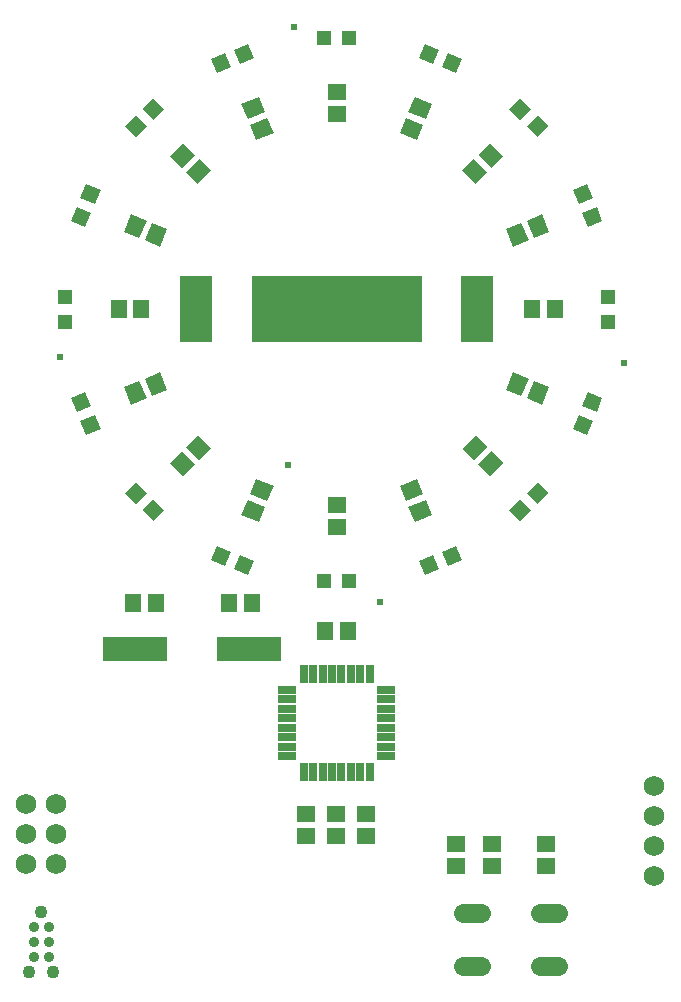
<source format=gts>
G04 EAGLE Gerber RS-274X export*
G75*
%MOMM*%
%FSLAX34Y34*%
%LPD*%
%INSoldermask Top*%
%IPPOS*%
%AMOC8*
5,1,8,0,0,1.08239X$1,22.5*%
G01*
%ADD10R,0.651600X1.571600*%
%ADD11R,1.571600X0.651600*%
%ADD12R,2.701600X5.661600*%
%ADD13R,14.421600X5.661600*%
%ADD14R,1.401600X1.601600*%
%ADD15R,1.601600X1.401600*%
%ADD16R,1.301600X1.301600*%
%ADD17R,1.301600X1.301600*%
%ADD18R,5.435600X2.032000*%
%ADD19C,1.727200*%
%ADD20C,0.889000*%
%ADD21C,1.092200*%
%ADD22C,1.625600*%
%ADD23C,0.609600*%


D10*
X328000Y341700D03*
X320000Y341700D03*
X312000Y341700D03*
X304000Y341700D03*
X296000Y341700D03*
X288000Y341700D03*
X280000Y341700D03*
X272000Y341700D03*
D11*
X258300Y328000D03*
X258300Y320000D03*
X258300Y312000D03*
X258300Y304000D03*
X258300Y296000D03*
X258300Y288000D03*
X258300Y280000D03*
X258300Y272000D03*
D10*
X272000Y258300D03*
X280000Y258300D03*
X288000Y258300D03*
X296000Y258300D03*
X304000Y258300D03*
X312000Y258300D03*
X320000Y258300D03*
X328000Y258300D03*
D11*
X341700Y272000D03*
X341700Y280000D03*
X341700Y288000D03*
X341700Y296000D03*
X341700Y304000D03*
X341700Y312000D03*
X341700Y320000D03*
X341700Y328000D03*
D12*
X180950Y650000D03*
X419050Y650000D03*
D13*
X300000Y650000D03*
D14*
X309500Y377460D03*
X290500Y377460D03*
D15*
X325120Y203860D03*
X325120Y222860D03*
D16*
X310500Y880000D03*
X289500Y880000D03*
D15*
X300000Y834500D03*
X300000Y815500D03*
D17*
G36*
X218162Y858007D02*
X213181Y870032D01*
X225206Y875013D01*
X230187Y862988D01*
X218162Y858007D01*
G37*
G36*
X198760Y849971D02*
X193779Y861996D01*
X205804Y866977D01*
X210785Y854952D01*
X198760Y849971D01*
G37*
D14*
G36*
X224679Y810917D02*
X219315Y823866D01*
X234111Y829995D01*
X239475Y817046D01*
X224679Y810917D01*
G37*
G36*
X231950Y793363D02*
X226586Y806312D01*
X241382Y812441D01*
X246746Y799492D01*
X231950Y793363D01*
G37*
D17*
G36*
X144790Y810856D02*
X135587Y820059D01*
X144790Y829262D01*
X153993Y820059D01*
X144790Y810856D01*
G37*
G36*
X129941Y796007D02*
X120738Y805210D01*
X129941Y814413D01*
X139144Y805210D01*
X129941Y796007D01*
G37*
D14*
G36*
X168832Y769844D02*
X158922Y779754D01*
X170246Y791078D01*
X180156Y781168D01*
X168832Y769844D01*
G37*
G36*
X182267Y756409D02*
X172357Y766319D01*
X183681Y777643D01*
X193591Y767733D01*
X182267Y756409D01*
G37*
D17*
G36*
X95048Y739215D02*
X83023Y744196D01*
X88004Y756221D01*
X100029Y751240D01*
X95048Y739215D01*
G37*
G36*
X87012Y719813D02*
X74987Y724794D01*
X79968Y736819D01*
X91993Y731838D01*
X87012Y719813D01*
G37*
D14*
G36*
X132954Y710525D02*
X120005Y715889D01*
X126134Y730685D01*
X139083Y725321D01*
X132954Y710525D01*
G37*
G36*
X150508Y703254D02*
X137559Y708618D01*
X143688Y723414D01*
X156637Y718050D01*
X150508Y703254D01*
G37*
D16*
X70000Y660500D03*
X70000Y639500D03*
D14*
X115500Y650000D03*
X134500Y650000D03*
D17*
G36*
X386819Y870032D02*
X381838Y858007D01*
X369813Y862988D01*
X374794Y875013D01*
X386819Y870032D01*
G37*
G36*
X406221Y861996D02*
X401240Y849971D01*
X389215Y854952D01*
X394196Y866977D01*
X406221Y861996D01*
G37*
D14*
G36*
X373414Y806312D02*
X368050Y793363D01*
X353254Y799492D01*
X358618Y812441D01*
X373414Y806312D01*
G37*
G36*
X380685Y823866D02*
X375321Y810917D01*
X360525Y817046D01*
X365889Y829995D01*
X380685Y823866D01*
G37*
D17*
G36*
X464413Y820059D02*
X455210Y810856D01*
X446007Y820059D01*
X455210Y829262D01*
X464413Y820059D01*
G37*
G36*
X479262Y805210D02*
X470059Y796007D01*
X460856Y805210D01*
X470059Y814413D01*
X479262Y805210D01*
G37*
D14*
G36*
X427643Y766319D02*
X417733Y756409D01*
X406409Y767733D01*
X416319Y777643D01*
X427643Y766319D01*
G37*
G36*
X441078Y779754D02*
X431168Y769844D01*
X419844Y781168D01*
X429754Y791078D01*
X441078Y779754D01*
G37*
D17*
G36*
X516977Y744196D02*
X504952Y739215D01*
X499971Y751240D01*
X511996Y756221D01*
X516977Y744196D01*
G37*
G36*
X525013Y724794D02*
X512988Y719813D01*
X508007Y731838D01*
X520032Y736819D01*
X525013Y724794D01*
G37*
D14*
G36*
X462441Y708618D02*
X449492Y703254D01*
X443363Y718050D01*
X456312Y723414D01*
X462441Y708618D01*
G37*
G36*
X479995Y715889D02*
X467046Y710525D01*
X460917Y725321D01*
X473866Y730685D01*
X479995Y715889D01*
G37*
X465500Y650000D03*
X484500Y650000D03*
D16*
X530000Y660500D03*
X530000Y639500D03*
D17*
G36*
X520032Y563181D02*
X508007Y568162D01*
X512988Y580187D01*
X525013Y575206D01*
X520032Y563181D01*
G37*
G36*
X511996Y543779D02*
X499971Y548760D01*
X504952Y560785D01*
X516977Y555804D01*
X511996Y543779D01*
G37*
D14*
G36*
X456312Y576586D02*
X443363Y581950D01*
X449492Y596746D01*
X462441Y591382D01*
X456312Y576586D01*
G37*
G36*
X473866Y569315D02*
X460917Y574679D01*
X467046Y589475D01*
X479995Y584111D01*
X473866Y569315D01*
G37*
D17*
G36*
X470059Y485587D02*
X460856Y494790D01*
X470059Y503993D01*
X479262Y494790D01*
X470059Y485587D01*
G37*
G36*
X455210Y470738D02*
X446007Y479941D01*
X455210Y489144D01*
X464413Y479941D01*
X455210Y470738D01*
G37*
D14*
G36*
X416319Y522357D02*
X406409Y532267D01*
X417733Y543591D01*
X427643Y533681D01*
X416319Y522357D01*
G37*
G36*
X429754Y508922D02*
X419844Y518832D01*
X431168Y530156D01*
X441078Y520246D01*
X429754Y508922D01*
G37*
D17*
G36*
X394196Y433023D02*
X389215Y445048D01*
X401240Y450029D01*
X406221Y438004D01*
X394196Y433023D01*
G37*
G36*
X374794Y424987D02*
X369813Y437012D01*
X381838Y441993D01*
X386819Y429968D01*
X374794Y424987D01*
G37*
D14*
G36*
X358618Y487559D02*
X353254Y500508D01*
X368050Y506637D01*
X373414Y493688D01*
X358618Y487559D01*
G37*
G36*
X365889Y470005D02*
X360525Y482954D01*
X375321Y489083D01*
X380685Y476134D01*
X365889Y470005D01*
G37*
D17*
G36*
X91993Y568162D02*
X79968Y563181D01*
X74987Y575206D01*
X87012Y580187D01*
X91993Y568162D01*
G37*
G36*
X100029Y548760D02*
X88004Y543779D01*
X83023Y555804D01*
X95048Y560785D01*
X100029Y548760D01*
G37*
D14*
G36*
X139083Y574679D02*
X126134Y569315D01*
X120005Y584111D01*
X132954Y589475D01*
X139083Y574679D01*
G37*
G36*
X156637Y581950D02*
X143688Y576586D01*
X137559Y591382D01*
X150508Y596746D01*
X156637Y581950D01*
G37*
D17*
G36*
X139144Y494790D02*
X129941Y485587D01*
X120738Y494790D01*
X129941Y503993D01*
X139144Y494790D01*
G37*
G36*
X153993Y479941D02*
X144790Y470738D01*
X135587Y479941D01*
X144790Y489144D01*
X153993Y479941D01*
G37*
D14*
G36*
X180156Y518832D02*
X170246Y508922D01*
X158922Y520246D01*
X168832Y530156D01*
X180156Y518832D01*
G37*
G36*
X193591Y532267D02*
X183681Y522357D01*
X172357Y533681D01*
X182267Y543591D01*
X193591Y532267D01*
G37*
D17*
G36*
X210785Y445048D02*
X205804Y433023D01*
X193779Y438004D01*
X198760Y450029D01*
X210785Y445048D01*
G37*
G36*
X230187Y437012D02*
X225206Y424987D01*
X213181Y429968D01*
X218162Y441993D01*
X230187Y437012D01*
G37*
D14*
G36*
X239475Y482954D02*
X234111Y470005D01*
X219315Y476134D01*
X224679Y489083D01*
X239475Y482954D01*
G37*
G36*
X246746Y500508D02*
X241382Y487559D01*
X226586Y493688D01*
X231950Y506637D01*
X246746Y500508D01*
G37*
D16*
X289500Y420000D03*
X310500Y420000D03*
D15*
X300000Y484500D03*
X300000Y465500D03*
D14*
X227940Y401320D03*
X208940Y401320D03*
X127660Y401320D03*
X146660Y401320D03*
D15*
X274320Y222860D03*
X274320Y203860D03*
X299720Y222860D03*
X299720Y203860D03*
D18*
X129540Y362220D03*
X226060Y362220D03*
D19*
X37300Y206190D03*
X62700Y206190D03*
X62700Y231590D03*
X37300Y231590D03*
X37300Y180790D03*
X62700Y180790D03*
D20*
X56350Y127450D03*
X43650Y127450D03*
X56350Y114750D03*
X43650Y114750D03*
X56350Y102050D03*
X43650Y102050D03*
D21*
X50000Y140150D03*
X60160Y89350D03*
X39840Y89350D03*
D22*
X471932Y94234D02*
X487172Y94234D01*
X487172Y139446D02*
X471932Y139446D01*
X422148Y94234D02*
X406908Y94234D01*
X406908Y139446D02*
X422148Y139446D01*
D15*
X477520Y197460D03*
X477520Y178460D03*
X431800Y197460D03*
X431800Y178460D03*
X401320Y178460D03*
X401320Y197460D03*
D23*
X336550Y402590D03*
X543560Y604520D03*
X264160Y889000D03*
X66040Y609600D03*
X259080Y518160D03*
D19*
X568960Y246380D03*
X568960Y220980D03*
X568960Y195580D03*
X568960Y170180D03*
M02*

</source>
